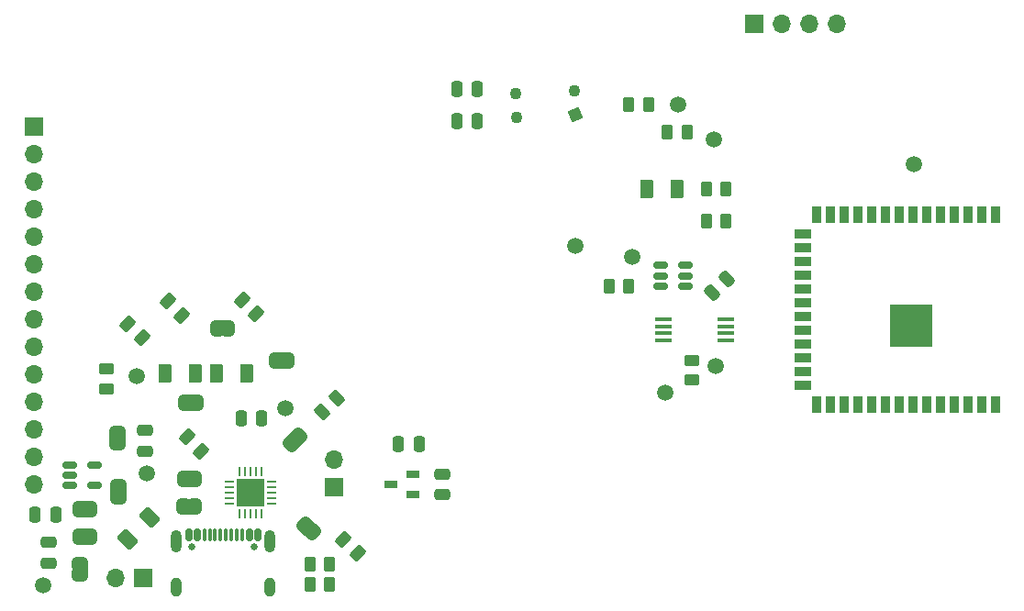
<source format=gbr>
%TF.GenerationSoftware,KiCad,Pcbnew,9.0.0*%
%TF.CreationDate,2025-06-04T21:14:10-04:00*%
%TF.ProjectId,thermal-pcb,74686572-6d61-46c2-9d70-63622e6b6963,rev?*%
%TF.SameCoordinates,Original*%
%TF.FileFunction,Soldermask,Bot*%
%TF.FilePolarity,Negative*%
%FSLAX46Y46*%
G04 Gerber Fmt 4.6, Leading zero omitted, Abs format (unit mm)*
G04 Created by KiCad (PCBNEW 9.0.0) date 2025-06-04 21:14:10*
%MOMM*%
%LPD*%
G01*
G04 APERTURE LIST*
G04 Aperture macros list*
%AMRoundRect*
0 Rectangle with rounded corners*
0 $1 Rounding radius*
0 $2 $3 $4 $5 $6 $7 $8 $9 X,Y pos of 4 corners*
0 Add a 4 corners polygon primitive as box body*
4,1,4,$2,$3,$4,$5,$6,$7,$8,$9,$2,$3,0*
0 Add four circle primitives for the rounded corners*
1,1,$1+$1,$2,$3*
1,1,$1+$1,$4,$5*
1,1,$1+$1,$6,$7*
1,1,$1+$1,$8,$9*
0 Add four rect primitives between the rounded corners*
20,1,$1+$1,$2,$3,$4,$5,0*
20,1,$1+$1,$4,$5,$6,$7,0*
20,1,$1+$1,$6,$7,$8,$9,0*
20,1,$1+$1,$8,$9,$2,$3,0*%
%AMRotRect*
0 Rectangle, with rotation*
0 The origin of the aperture is its center*
0 $1 length*
0 $2 width*
0 $3 Rotation angle, in degrees counterclockwise*
0 Add horizontal line*
21,1,$1,$2,0,0,$3*%
%AMFreePoly0*
4,1,23,0.500000,-0.750000,0.000000,-0.750000,0.000000,-0.745722,-0.065263,-0.745722,-0.191342,-0.711940,-0.304381,-0.646677,-0.396677,-0.554381,-0.461940,-0.441342,-0.495722,-0.315263,-0.495722,-0.250000,-0.500000,-0.250000,-0.500000,0.250000,-0.495722,0.250000,-0.495722,0.315263,-0.461940,0.441342,-0.396677,0.554381,-0.304381,0.646677,-0.191342,0.711940,-0.065263,0.745722,0.000000,0.745722,
0.000000,0.750000,0.500000,0.750000,0.500000,-0.750000,0.500000,-0.750000,$1*%
%AMFreePoly1*
4,1,23,0.000000,0.745722,0.065263,0.745722,0.191342,0.711940,0.304381,0.646677,0.396677,0.554381,0.461940,0.441342,0.495722,0.315263,0.495722,0.250000,0.500000,0.250000,0.500000,-0.250000,0.495722,-0.250000,0.495722,-0.315263,0.461940,-0.441342,0.396677,-0.554381,0.304381,-0.646677,0.191342,-0.711940,0.065263,-0.745722,0.000000,-0.745722,0.000000,-0.750000,-0.500000,-0.750000,
-0.500000,0.750000,0.000000,0.750000,0.000000,0.745722,0.000000,0.745722,$1*%
G04 Aperture macros list end*
%ADD10C,0.000000*%
%ADD11C,1.100000*%
%ADD12RotRect,1.100000X1.100000X115.000000*%
%ADD13RoundRect,0.250000X-0.375000X-0.625000X0.375000X-0.625000X0.375000X0.625000X-0.375000X0.625000X0*%
%ADD14RoundRect,0.250000X0.375000X0.625000X-0.375000X0.625000X-0.375000X-0.625000X0.375000X-0.625000X0*%
%ADD15R,1.700000X1.700000*%
%ADD16O,1.700000X1.700000*%
%ADD17C,1.500000*%
%ADD18RoundRect,0.150000X-0.512500X-0.150000X0.512500X-0.150000X0.512500X0.150000X-0.512500X0.150000X0*%
%ADD19RoundRect,0.250000X-0.262500X-0.450000X0.262500X-0.450000X0.262500X0.450000X-0.262500X0.450000X0*%
%ADD20RoundRect,0.250000X0.159099X-0.512652X0.512652X-0.159099X-0.159099X0.512652X-0.512652X0.159099X0*%
%ADD21RoundRect,0.062500X-0.350000X-0.062500X0.350000X-0.062500X0.350000X0.062500X-0.350000X0.062500X0*%
%ADD22RoundRect,0.062500X-0.062500X-0.350000X0.062500X-0.350000X0.062500X0.350000X-0.062500X0.350000X0*%
%ADD23R,2.500000X2.500000*%
%ADD24RoundRect,0.250000X0.475000X-0.250000X0.475000X0.250000X-0.475000X0.250000X-0.475000X-0.250000X0*%
%ADD25FreePoly0,0.000000*%
%ADD26FreePoly1,0.000000*%
%ADD27RoundRect,0.250000X0.262500X0.450000X-0.262500X0.450000X-0.262500X-0.450000X0.262500X-0.450000X0*%
%ADD28RoundRect,0.250000X0.250000X0.475000X-0.250000X0.475000X-0.250000X-0.475000X0.250000X-0.475000X0*%
%ADD29RoundRect,0.250000X0.503814X0.132583X0.132583X0.503814X-0.503814X-0.132583X-0.132583X-0.503814X0*%
%ADD30RoundRect,0.250000X-0.450000X0.262500X-0.450000X-0.262500X0.450000X-0.262500X0.450000X0.262500X0*%
%ADD31RoundRect,0.250000X0.132583X-0.503814X0.503814X-0.132583X-0.132583X0.503814X-0.503814X0.132583X0*%
%ADD32RoundRect,0.250000X-0.503814X-0.132583X-0.132583X-0.503814X0.503814X0.132583X0.132583X0.503814X0*%
%ADD33R,1.250000X0.700000*%
%ADD34RoundRect,0.250000X0.450000X-0.262500X0.450000X0.262500X-0.450000X0.262500X-0.450000X-0.262500X0*%
%ADD35FreePoly0,270.000000*%
%ADD36FreePoly1,270.000000*%
%ADD37R,0.900000X1.500000*%
%ADD38R,1.500000X0.900000*%
%ADD39C,0.600000*%
%ADD40R,3.900000X3.900000*%
%ADD41RoundRect,0.050000X-0.730000X-0.150000X0.730000X-0.150000X0.730000X0.150000X-0.730000X0.150000X0*%
%ADD42FreePoly0,45.000000*%
%ADD43FreePoly1,45.000000*%
%ADD44FreePoly0,180.000000*%
%ADD45FreePoly1,180.000000*%
%ADD46FreePoly0,135.000000*%
%ADD47FreePoly1,135.000000*%
%ADD48C,0.650000*%
%ADD49RoundRect,0.150000X0.150000X0.425000X-0.150000X0.425000X-0.150000X-0.425000X0.150000X-0.425000X0*%
%ADD50RoundRect,0.075000X0.075000X0.500000X-0.075000X0.500000X-0.075000X-0.500000X0.075000X-0.500000X0*%
%ADD51O,1.000000X1.800000*%
%ADD52O,1.000000X2.100000*%
%ADD53RoundRect,0.250000X-0.250000X-0.475000X0.250000X-0.475000X0.250000X0.475000X-0.250000X0.475000X0*%
%ADD54RoundRect,0.250000X0.176777X-0.707107X0.707107X-0.176777X-0.176777X0.707107X-0.707107X0.176777X0*%
%ADD55FreePoly0,90.000000*%
%ADD56FreePoly1,90.000000*%
G04 APERTURE END LIST*
D10*
%TO.C,JP1*%
G36*
X99749999Y-128500000D02*
G01*
X99449999Y-128500000D01*
X99449999Y-127000000D01*
X99749999Y-127000000D01*
X99749999Y-128500000D01*
G37*
%TO.C,JP2*%
G36*
X99750001Y-126000000D02*
G01*
X99450001Y-126000000D01*
X99450001Y-124500000D01*
X99750001Y-124500000D01*
X99750001Y-126000000D01*
G37*
%TO.C,JP11*%
G36*
X99950000Y-130900001D02*
G01*
X98450000Y-130900001D01*
X98450000Y-130600001D01*
X99950000Y-130600001D01*
X99950000Y-130900001D01*
G37*
%TO.C,JP5*%
G36*
X119636396Y-119224264D02*
G01*
X119424264Y-119436396D01*
X118363604Y-118375736D01*
X118575736Y-118163604D01*
X119636396Y-119224264D01*
G37*
%TO.C,JP6*%
G36*
X109396000Y-125750000D02*
G01*
X109096000Y-125750000D01*
X109096000Y-124250000D01*
X109396000Y-124250000D01*
X109396000Y-125750000D01*
G37*
%TO.C,JP7*%
G36*
X109550000Y-116150000D02*
G01*
X109250000Y-116150000D01*
X109250000Y-114650000D01*
X109550000Y-114650000D01*
X109550000Y-116150000D01*
G37*
%TO.C,JP3*%
G36*
X120886396Y-126575736D02*
G01*
X119825736Y-127636396D01*
X119613604Y-127424264D01*
X120674264Y-126363604D01*
X120886396Y-126575736D01*
G37*
%TO.C,JP8*%
G36*
X117650000Y-112250000D02*
G01*
X117950000Y-112250000D01*
X117950000Y-110750000D01*
X117650000Y-110750000D01*
X117650000Y-112250000D01*
G37*
%TO.C,JP10*%
G36*
X103396000Y-118826000D02*
G01*
X101896000Y-118826000D01*
X101896000Y-118526000D01*
X103396000Y-118526000D01*
X103396000Y-118826000D01*
G37*
%TO.C,JP9*%
G36*
X112150000Y-109250000D02*
G01*
X112450000Y-109250000D01*
X112450000Y-107750000D01*
X112150000Y-107750000D01*
X112150000Y-109250000D01*
G37*
%TO.C,JP12*%
G36*
X103450000Y-123750000D02*
G01*
X101950000Y-123750000D01*
X101950000Y-123450000D01*
X103450000Y-123450000D01*
X103450000Y-123750000D01*
G37*
%TO.C,JP4*%
G36*
X109446000Y-123150000D02*
G01*
X109146000Y-123150000D01*
X109146000Y-121650000D01*
X109446000Y-121650000D01*
X109446000Y-123150000D01*
G37*
%TD*%
D11*
%TO.C,U5*%
X144792420Y-86611955D03*
X139402100Y-86847302D03*
X139499580Y-89080045D03*
D12*
X144892348Y-88843556D03*
%TD*%
D13*
%TO.C,D3*%
X151496000Y-95676000D03*
X154296000Y-95676000D03*
%TD*%
D14*
%TO.C,D2*%
X114600000Y-112676000D03*
X111800000Y-112676000D03*
%TD*%
D13*
%TO.C,D1*%
X107000000Y-112650000D03*
X109800000Y-112650000D03*
%TD*%
D15*
%TO.C,J2*%
X94896000Y-89886000D03*
D16*
X94896000Y-92426000D03*
X94896000Y-94965999D03*
X94896000Y-97506000D03*
X94896000Y-100046000D03*
X94896000Y-102586000D03*
X94896000Y-105126000D03*
X94896000Y-107666001D03*
X94896000Y-110206000D03*
X94896000Y-112746000D03*
X94896000Y-115286000D03*
X94896000Y-117825999D03*
X94896000Y-120366000D03*
X94896000Y-122906000D03*
%TD*%
D17*
%TO.C,TP10*%
X157700000Y-91100000D03*
%TD*%
%TO.C,TP6*%
X144896000Y-100926000D03*
%TD*%
D18*
%TO.C,U3*%
X98262500Y-123050000D03*
X98262500Y-122100000D03*
X98262500Y-121150000D03*
X100537500Y-121150000D03*
X100537500Y-123050000D03*
%TD*%
D19*
%TO.C,R9*%
X156983500Y-95676000D03*
X158808500Y-95676000D03*
%TD*%
D17*
%TO.C,TP1*%
X153200000Y-114500000D03*
%TD*%
D20*
%TO.C,C6*%
X157528249Y-105271751D03*
X158871751Y-103928249D03*
%TD*%
D19*
%TO.C,R1*%
X120387500Y-132200000D03*
X122212500Y-132200000D03*
%TD*%
D21*
%TO.C,U2*%
X112958500Y-124676000D03*
X112958500Y-124176000D03*
X112958500Y-123676000D03*
X112958500Y-123176000D03*
X112958500Y-122676000D03*
D22*
X113896000Y-121738500D03*
X114396000Y-121738500D03*
X114896000Y-121738500D03*
X115396000Y-121738500D03*
X115896000Y-121738500D03*
D21*
X116833500Y-122676000D03*
X116833500Y-123176000D03*
X116833500Y-123676000D03*
X116833500Y-124176000D03*
X116833500Y-124676000D03*
D22*
X115896000Y-125613500D03*
X115396000Y-125613500D03*
X114896000Y-125613500D03*
X114396000Y-125613500D03*
X113896000Y-125613500D03*
D23*
X114896000Y-123676000D03*
%TD*%
D24*
%TO.C,C2*%
X96250000Y-130199999D03*
X96250000Y-128300001D03*
%TD*%
D17*
%TO.C,TP7*%
X176146000Y-93426000D03*
%TD*%
D19*
%TO.C,R12*%
X153387500Y-90400000D03*
X155212500Y-90400000D03*
%TD*%
D25*
%TO.C,JP1*%
X98950000Y-127750000D03*
D26*
X100249998Y-127750000D03*
%TD*%
D17*
%TO.C,TP11*%
X154396000Y-87900000D03*
%TD*%
D25*
%TO.C,JP2*%
X98950002Y-125250000D03*
D26*
X100250000Y-125250000D03*
%TD*%
D27*
%TO.C,R2*%
X122212500Y-130300000D03*
X120387500Y-130300000D03*
%TD*%
D17*
%TO.C,TP3*%
X118100000Y-115900000D03*
%TD*%
%TO.C,TP8*%
X150146000Y-101926000D03*
%TD*%
D28*
%TO.C,C3*%
X115949999Y-116800000D03*
X114050001Y-116800000D03*
%TD*%
D29*
%TO.C,R7*%
X115396035Y-107176035D03*
X114105565Y-105885565D03*
%TD*%
D30*
%TO.C,R5*%
X101646000Y-112263500D03*
X101646000Y-114088500D03*
%TD*%
D24*
%TO.C,C1*%
X132646000Y-123875999D03*
X132646000Y-121976001D03*
%TD*%
D29*
%TO.C,R10*%
X124790470Y-129290470D03*
X123500000Y-128000000D03*
%TD*%
D31*
%TO.C,R11*%
X121554765Y-116245235D03*
X122845235Y-114954765D03*
%TD*%
D17*
%TO.C,TP4*%
X95750000Y-132250000D03*
%TD*%
D32*
%TO.C,TH1*%
X109054765Y-118554765D03*
X110345235Y-119845235D03*
%TD*%
D33*
%TO.C,Q2*%
X129896000Y-121976000D03*
X129896000Y-123876000D03*
X127896000Y-122926000D03*
%TD*%
D34*
%TO.C,R4*%
X155600000Y-113312500D03*
X155600000Y-111487500D03*
%TD*%
D35*
%TO.C,JP11*%
X99200000Y-130100002D03*
D36*
X99200000Y-131400000D03*
%TD*%
D15*
%TO.C,J4*%
X161356000Y-80426000D03*
D16*
X163896000Y-80426000D03*
X166435999Y-80426000D03*
X168976000Y-80426000D03*
%TD*%
D37*
%TO.C,U1*%
X183616000Y-115526000D03*
X182346000Y-115526000D03*
X181076000Y-115526000D03*
X179806000Y-115526000D03*
X178536000Y-115526000D03*
X177266000Y-115526000D03*
X175996000Y-115526000D03*
X174726000Y-115526000D03*
X173456000Y-115526000D03*
X172186000Y-115526000D03*
X170916000Y-115526000D03*
X169646000Y-115526000D03*
X168376000Y-115526000D03*
X167106000Y-115526000D03*
D38*
X165856000Y-113761000D03*
X165856000Y-112491000D03*
X165856000Y-111221000D03*
X165856000Y-109951000D03*
X165856000Y-108681000D03*
X165856000Y-107411000D03*
X165856000Y-106141000D03*
X165856000Y-104871000D03*
X165856000Y-103601000D03*
X165856000Y-102331000D03*
X165856000Y-101061000D03*
X165856000Y-99791000D03*
D37*
X167106000Y-98026000D03*
X168376000Y-98026000D03*
X169646000Y-98026000D03*
X170916000Y-98026000D03*
X172186000Y-98026000D03*
X173456000Y-98026000D03*
X174726000Y-98026000D03*
X175996000Y-98026000D03*
X177266000Y-98026000D03*
X178536000Y-98026000D03*
X179806000Y-98026000D03*
X181076000Y-98026000D03*
X182346000Y-98026000D03*
X183616000Y-98026000D03*
D39*
X175196000Y-109676000D03*
X176596000Y-109676000D03*
X174496000Y-108976000D03*
X175896000Y-108976000D03*
X177296000Y-108976000D03*
X175196000Y-108276000D03*
D40*
X175896000Y-108276000D03*
D39*
X176596000Y-108276000D03*
X174496000Y-107576000D03*
X175896000Y-107576000D03*
X177296000Y-107576000D03*
X175196000Y-106876000D03*
X176596000Y-106876000D03*
%TD*%
D41*
%TO.C,Q1*%
X153016000Y-109651000D03*
X153016000Y-109001000D03*
X153016000Y-108351000D03*
X153016000Y-107701000D03*
X158776000Y-107701000D03*
X158776000Y-108351000D03*
X158776000Y-109001000D03*
X158776000Y-109651000D03*
%TD*%
D17*
%TO.C,TP9*%
X157800000Y-112000000D03*
%TD*%
D15*
%TO.C,J5*%
X122646000Y-123176000D03*
D16*
X122646000Y-120636000D03*
%TD*%
D42*
%TO.C,JP5*%
X118540381Y-119259619D03*
D43*
X119459619Y-118340381D03*
%TD*%
D19*
%TO.C,R6*%
X156983500Y-98676000D03*
X158808500Y-98676000D03*
%TD*%
%TO.C,R14*%
X147983500Y-104676000D03*
X149808500Y-104676000D03*
%TD*%
D44*
%TO.C,JP6*%
X109895999Y-125000000D03*
D45*
X108596001Y-125000000D03*
%TD*%
D15*
%TO.C,J1*%
X105000000Y-131600000D03*
D16*
X102460000Y-131600000D03*
%TD*%
D44*
%TO.C,JP7*%
X110049999Y-115400000D03*
D45*
X108750001Y-115400000D03*
%TD*%
D17*
%TO.C,TP5*%
X104396000Y-112926000D03*
%TD*%
D46*
%TO.C,JP3*%
X120709619Y-127459619D03*
D47*
X119790381Y-126540381D03*
%TD*%
D48*
%TO.C,J3*%
X115286000Y-128695000D03*
X109506000Y-128695000D03*
D49*
X115596000Y-127620000D03*
X114796000Y-127620000D03*
D50*
X113646000Y-127620000D03*
X112646000Y-127620000D03*
X112146000Y-127620000D03*
X111146000Y-127620000D03*
D49*
X109996000Y-127620000D03*
X109196000Y-127620000D03*
X109196000Y-127620000D03*
X109996000Y-127620000D03*
D50*
X110646000Y-127620000D03*
X111646000Y-127620000D03*
X113146000Y-127620000D03*
X114146000Y-127620000D03*
D49*
X114796000Y-127620000D03*
X115596000Y-127620000D03*
D51*
X116716000Y-132375000D03*
D52*
X116716000Y-128195000D03*
D51*
X108076000Y-132375000D03*
D52*
X108076000Y-128195000D03*
%TD*%
D29*
%TO.C,R8*%
X108541235Y-107321235D03*
X107250765Y-106030765D03*
%TD*%
D25*
%TO.C,JP8*%
X117150000Y-111500000D03*
D26*
X118450000Y-111500000D03*
%TD*%
D29*
%TO.C,R3*%
X104896000Y-109426000D03*
X103605530Y-108135530D03*
%TD*%
D17*
%TO.C,TP2*%
X105300000Y-121900000D03*
%TD*%
D19*
%TO.C,R13*%
X149821000Y-87900000D03*
X151646000Y-87900000D03*
%TD*%
D53*
%TO.C,C5*%
X95050000Y-125750000D03*
X96950000Y-125750000D03*
%TD*%
D28*
%TO.C,C8*%
X135846000Y-86416000D03*
X133946000Y-86416000D03*
%TD*%
D35*
%TO.C,JP10*%
X102646000Y-118026001D03*
D36*
X102646000Y-119325999D03*
%TD*%
D54*
%TO.C,F1*%
X103600000Y-128000000D03*
X105579898Y-126020102D03*
%TD*%
D24*
%TO.C,C4*%
X105200000Y-119849999D03*
X105200000Y-117950001D03*
%TD*%
D25*
%TO.C,JP9*%
X111650000Y-108500000D03*
D26*
X112950000Y-108500000D03*
%TD*%
D18*
%TO.C,U4*%
X152758500Y-104626000D03*
X152758500Y-103676000D03*
X152758500Y-102726000D03*
X155033500Y-102726000D03*
X155033500Y-103676000D03*
X155033500Y-104626000D03*
%TD*%
D55*
%TO.C,JP12*%
X102700000Y-124249999D03*
D56*
X102700000Y-122950001D03*
%TD*%
D28*
%TO.C,C9*%
X135846000Y-89426000D03*
X133946000Y-89426000D03*
%TD*%
D44*
%TO.C,JP4*%
X109945999Y-122400000D03*
D45*
X108646001Y-122400000D03*
%TD*%
D53*
%TO.C,C7*%
X128550000Y-119250000D03*
X130450000Y-119250000D03*
%TD*%
M02*

</source>
